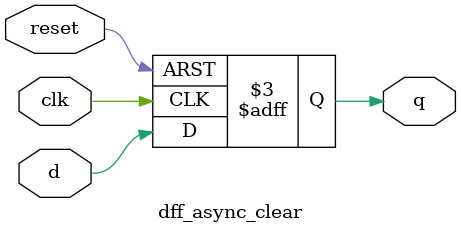
<source format=v>
module dff_async_clear(q, d, clk, reset);
	input d, reset, clk;
	output q;
	reg q;
	
	always @ (negedge reset or posedge clk)
	begin
		if (!reset) q <= 1'b0;
		else q <= d;
	end
	
endmodule
</source>
